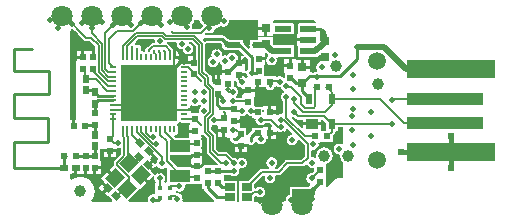
<source format=gtl>
%FSLAX24Y24*%
%MOIN*%
G70*
G01*
G75*
G04 Layer_Physical_Order=1*
G04 Layer_Color=255*
%ADD10R,0.0197X0.0236*%
%ADD11R,0.0217X0.0236*%
%ADD12R,0.0394X0.0335*%
%ADD13R,0.0236X0.0335*%
%ADD14R,0.0236X0.0217*%
%ADD15R,0.0315X0.0295*%
%ADD16R,0.0335X0.0256*%
%ADD17R,0.0236X0.0197*%
%ADD18R,0.0709X0.0394*%
%ADD19R,0.0177X0.0177*%
G04:AMPARAMS|DCode=20|XSize=47.2mil|YSize=43.3mil|CornerRadius=0mil|HoleSize=0mil|Usage=FLASHONLY|Rotation=45.000|XOffset=0mil|YOffset=0mil|HoleType=Round|Shape=Rectangle|*
%AMROTATEDRECTD20*
4,1,4,-0.0014,-0.0320,-0.0320,-0.0014,0.0014,0.0320,0.0320,0.0014,-0.0014,-0.0320,0.0*
%
%ADD20ROTATEDRECTD20*%

%ADD21R,0.0256X0.0197*%
%ADD22R,0.0197X0.0256*%
%ADD23O,0.0256X0.0079*%
%ADD24O,0.0079X0.0256*%
%ADD25R,0.1850X0.1850*%
%ADD26R,0.0571X0.0217*%
%ADD27R,0.0571X0.0217*%
%ADD28R,0.2560X0.0400*%
%ADD29R,0.2960X0.0600*%
G04:AMPARAMS|DCode=30|XSize=19.7mil|YSize=23.6mil|CornerRadius=0mil|HoleSize=0mil|Usage=FLASHONLY|Rotation=225.000|XOffset=0mil|YOffset=0mil|HoleType=Round|Shape=Rectangle|*
%AMROTATEDRECTD30*
4,1,4,-0.0014,0.0153,0.0153,-0.0014,0.0014,-0.0153,-0.0153,0.0014,-0.0014,0.0153,0.0*
%
%ADD30ROTATEDRECTD30*%

%ADD31C,0.0394*%
%ADD32R,0.0157X0.0197*%
%ADD33C,0.0150*%
%ADD34C,0.0060*%
%ADD35C,0.0050*%
%ADD36C,0.0100*%
%ADD37C,0.0080*%
%ADD38C,0.0070*%
%ADD39C,0.0090*%
%ADD40C,0.0200*%
%ADD41R,0.0680X0.0410*%
%ADD42C,0.0390*%
%ADD43C,0.0197*%
%ADD44C,0.0118*%
%ADD45C,0.0591*%
%ADD46C,0.0709*%
%ADD47C,0.0240*%
G36*
X7944Y3024D02*
X7961Y3008D01*
X7981Y2995D01*
X8002Y2985D01*
X8024Y2977D01*
X8047Y2973D01*
X8070Y2971D01*
X8085Y2957D01*
Y2912D01*
X8123D01*
X8200Y2885D01*
X8210Y2873D01*
X8208Y2858D01*
X8206Y2835D01*
X8208Y2812D01*
X8212Y2789D01*
X8220Y2767D01*
X8230Y2746D01*
X8243Y2726D01*
X8258Y2709D01*
X8276Y2693D01*
X8295Y2680D01*
X8316Y2670D01*
X8339Y2662D01*
X8362Y2658D01*
X8385Y2656D01*
X8408Y2658D01*
X8431Y2662D01*
X8453Y2670D01*
X8474Y2680D01*
X8494Y2693D01*
X8511Y2709D01*
X8525Y2725D01*
X8689D01*
X8769Y2645D01*
X8750Y2598D01*
X8737D01*
Y2450D01*
X8917D01*
X8922Y2454D01*
X8950Y2467D01*
X8961Y2458D01*
X8981Y2445D01*
X9002Y2435D01*
X9024Y2427D01*
X9047Y2423D01*
X9070Y2421D01*
X9093Y2423D01*
X9116Y2427D01*
X9138Y2435D01*
X9159Y2445D01*
X9179Y2458D01*
X9196Y2474D01*
X9212Y2491D01*
X9225Y2511D01*
X9235Y2532D01*
X9236Y2533D01*
X9284Y2544D01*
X9433Y2395D01*
X9433Y2392D01*
X9416Y2348D01*
X9407Y2347D01*
X9384Y2343D01*
X9362Y2335D01*
X9341Y2325D01*
X9321Y2312D01*
X9304Y2296D01*
X9288Y2279D01*
X9275Y2259D01*
X9265Y2238D01*
X9257Y2216D01*
X9253Y2193D01*
X9251Y2170D01*
X9253Y2147D01*
X9257Y2124D01*
X9265Y2102D01*
X9275Y2081D01*
X9288Y2061D01*
X9304Y2044D01*
X9321Y2028D01*
X9341Y2015D01*
X9362Y2005D01*
X9384Y1997D01*
X9407Y1993D01*
X9430Y1991D01*
X9453Y1993D01*
X9476Y1997D01*
X9498Y2005D01*
X9519Y2015D01*
X9539Y2028D01*
X9556Y2044D01*
X9572Y2061D01*
X9585Y2081D01*
X9595Y2102D01*
X9603Y2124D01*
X9607Y2147D01*
X9608Y2156D01*
X9652Y2173D01*
X9655Y2173D01*
X9840Y1989D01*
Y1626D01*
X9724Y1510D01*
X9270D01*
X9253Y1509D01*
X9236Y1505D01*
X9220Y1498D01*
X9205Y1489D01*
X9192Y1478D01*
X8934Y1220D01*
X8862D01*
X8854Y1236D01*
X8844Y1268D01*
X8859Y1278D01*
X8876Y1294D01*
X8892Y1311D01*
X8905Y1331D01*
X8915Y1352D01*
X8923Y1374D01*
X8927Y1397D01*
X8929Y1420D01*
X8927Y1443D01*
X8923Y1466D01*
X8915Y1488D01*
X8905Y1509D01*
X8892Y1529D01*
X8876Y1546D01*
X8859Y1562D01*
X8839Y1575D01*
X8818Y1585D01*
X8796Y1593D01*
X8773Y1597D01*
X8750Y1599D01*
X8727Y1597D01*
X8704Y1593D01*
X8682Y1585D01*
X8661Y1575D01*
X8641Y1562D01*
X8624Y1546D01*
X8608Y1529D01*
X8595Y1509D01*
X8585Y1488D01*
X8577Y1466D01*
X8573Y1443D01*
X8571Y1420D01*
X8573Y1397D01*
X8577Y1374D01*
X8585Y1352D01*
X8595Y1331D01*
X8608Y1311D01*
X8624Y1294D01*
X8641Y1278D01*
X8656Y1268D01*
X8646Y1236D01*
X8638Y1220D01*
X8428D01*
X8411Y1219D01*
X8394Y1215D01*
X8378Y1208D01*
X8363Y1199D01*
X8350Y1188D01*
X7967Y805D01*
X7668D01*
Y389D01*
Y150D01*
X7638Y120D01*
X7592Y139D01*
Y389D01*
Y805D01*
X7158D01*
Y939D01*
Y1006D01*
X7371D01*
X7384Y995D01*
X7404Y982D01*
X7425Y972D01*
X7447Y964D01*
X7470Y960D01*
X7493Y958D01*
X7516Y960D01*
X7539Y964D01*
X7562Y972D01*
X7583Y982D01*
X7602Y995D01*
X7620Y1010D01*
X7635Y1028D01*
X7648Y1047D01*
X7658Y1068D01*
X7666Y1091D01*
X7670Y1114D01*
X7672Y1137D01*
X7670Y1160D01*
X7666Y1183D01*
X7658Y1205D01*
Y1205D01*
X7658D01*
X7694Y1241D01*
X7704Y1237D01*
X7727Y1233D01*
X7750Y1231D01*
X7773Y1233D01*
X7796Y1237D01*
X7818Y1245D01*
X7839Y1255D01*
X7859Y1268D01*
X7876Y1284D01*
X7892Y1301D01*
X7905Y1321D01*
X7915Y1342D01*
X7923Y1364D01*
X7927Y1387D01*
X7929Y1410D01*
X7927Y1433D01*
X7923Y1456D01*
X7915Y1478D01*
X7905Y1499D01*
X7892Y1519D01*
X7876Y1536D01*
X7859Y1552D01*
X7839Y1565D01*
X7818Y1575D01*
X7796Y1583D01*
X7773Y1587D01*
X7750Y1589D01*
X7727Y1587D01*
X7704Y1583D01*
X7682Y1575D01*
X7661Y1565D01*
X7641Y1552D01*
X7624Y1536D01*
X7608Y1519D01*
X7589Y1532D01*
X7589Y1532D01*
Y1532D01*
X7569Y1545D01*
X7548Y1555D01*
X7526Y1563D01*
X7503Y1567D01*
X7480Y1569D01*
X7457Y1567D01*
X7452Y1566D01*
X7289Y1730D01*
X7276Y1741D01*
X7262Y1750D01*
X7247Y1756D01*
X7231Y1760D01*
X7214Y1761D01*
X7002D01*
X6889Y1874D01*
Y2311D01*
X6888Y2328D01*
X6884Y2344D01*
X6878Y2359D01*
X6869Y2373D01*
X6858Y2386D01*
X6719Y2525D01*
Y2609D01*
X6741Y2652D01*
X6760Y2666D01*
X6771Y2662D01*
X6794Y2658D01*
X6818Y2656D01*
X6841Y2658D01*
X6864Y2662D01*
X6886Y2670D01*
X6899Y2676D01*
X6917Y2665D01*
X6942Y2629D01*
Y2543D01*
X7140D01*
Y2493D01*
X7190D01*
Y2275D01*
X7204D01*
X7338Y2243D01*
X7342Y2238D01*
X7341Y2220D01*
X7342Y2198D01*
X7347Y2177D01*
X7356Y2157D01*
X7367Y2138D01*
X7381Y2121D01*
X7398Y2107D01*
X7417Y2096D01*
X7437Y2087D01*
X7458Y2082D01*
X7480Y2081D01*
X7485Y2081D01*
X7522Y2047D01*
Y2023D01*
X7928D01*
X7953Y2044D01*
X7964Y2049D01*
X7978Y2037D01*
X7997Y2026D01*
X8017Y2017D01*
X8038Y2012D01*
X8060Y2011D01*
X8082Y2012D01*
X8103Y2017D01*
X8123Y2026D01*
X8142Y2037D01*
X8159Y2051D01*
X8173Y2068D01*
X8184Y2087D01*
X8189Y2098D01*
X8239Y2103D01*
X8243Y2096D01*
X8258Y2079D01*
X8276Y2063D01*
X8295Y2050D01*
X8316Y2040D01*
X8339Y2032D01*
X8362Y2028D01*
X8385Y2026D01*
X8408Y2028D01*
X8431Y2032D01*
X8453Y2040D01*
X8474Y2050D01*
X8494Y2063D01*
X8511Y2079D01*
X8527Y2096D01*
X8540Y2116D01*
X8550Y2137D01*
X8558Y2159D01*
X8562Y2182D01*
X8563Y2202D01*
X8637D01*
Y2400D01*
Y2598D01*
X8469D01*
Y2578D01*
X8095D01*
Y2484D01*
X7968Y2357D01*
X7954Y2341D01*
X7947Y2328D01*
X7904Y2340D01*
X7898Y2342D01*
Y2565D01*
X7703D01*
X7678Y2575D01*
X7678Y2743D01*
X7480D01*
Y2843D01*
X7678D01*
Y2888D01*
X7705Y2965D01*
X7717Y2976D01*
X7732Y2973D01*
X7755Y2971D01*
X7778Y2973D01*
X7801Y2977D01*
X7823Y2985D01*
X7844Y2995D01*
X7864Y3008D01*
X7881Y3024D01*
X7887Y3031D01*
X7937D01*
X7944Y3024D01*
D02*
G37*
G36*
X9434Y2937D02*
X9457Y2933D01*
X9480Y2931D01*
X9488Y2932D01*
X9531Y2889D01*
X9545Y2876D01*
X9562Y2867D01*
X9570Y2863D01*
X9579Y2859D01*
X9597Y2855D01*
X9616Y2853D01*
X9788D01*
Y2766D01*
X10382D01*
Y2853D01*
X10447D01*
X10556Y2744D01*
Y2478D01*
X10382D01*
Y2666D01*
X9788D01*
Y2573D01*
X9742Y2554D01*
X9398Y2898D01*
X9424Y2940D01*
X9434Y2937D01*
D02*
G37*
G36*
X7577Y4109D02*
X7576Y4095D01*
X7578Y4072D01*
X7582Y4049D01*
X7590Y4026D01*
X7600Y4005D01*
X7613Y3986D01*
X7629Y3968D01*
X7646Y3953D01*
X7666Y3940D01*
X7687Y3930D01*
X7709Y3922D01*
X7732Y3918D01*
X7755Y3916D01*
X7762Y3910D01*
Y3877D01*
X8178D01*
Y3922D01*
X8233D01*
Y4120D01*
X8333D01*
Y3922D01*
X8501D01*
Y3942D01*
X8552D01*
X8552Y3938D01*
X8557Y3917D01*
X8566Y3897D01*
X8577Y3878D01*
X8591Y3861D01*
X8608Y3847D01*
X8627Y3836D01*
X8647Y3827D01*
X8668Y3822D01*
X8690Y3821D01*
X8712Y3822D01*
X8733Y3827D01*
X8753Y3836D01*
X8772Y3847D01*
X8789Y3861D01*
X8803Y3878D01*
X8814Y3897D01*
X8823Y3917D01*
X8828Y3938D01*
X8828Y3942D01*
X8875D01*
D01*
X8875Y3942D01*
D01*
D01*
D01*
D01*
D01*
Y3942D01*
X8906Y3973D01*
D01*
D01*
D01*
X8925Y3960D01*
X8946Y3950D01*
X8969Y3942D01*
X8991Y3938D01*
X9015Y3936D01*
X9038Y3938D01*
X9054Y3941D01*
X9057Y3924D01*
X9065Y3902D01*
X9075Y3881D01*
X9088Y3861D01*
X9104Y3844D01*
X9121Y3828D01*
X9141Y3815D01*
X9141Y3815D01*
Y3765D01*
X9141Y3765D01*
X9121Y3752D01*
X9104Y3736D01*
X9088Y3719D01*
X9075Y3699D01*
X9065Y3678D01*
X9057Y3656D01*
X9053Y3633D01*
X9051Y3610D01*
X9053Y3587D01*
X9057Y3564D01*
X9065Y3542D01*
X9075Y3521D01*
X9088Y3501D01*
X9104Y3484D01*
X9110Y3478D01*
Y3092D01*
X9094Y3044D01*
X9071Y3026D01*
X9063Y3027D01*
X9040Y3029D01*
X9017Y3027D01*
X8994Y3023D01*
X8972Y3015D01*
X8951Y3005D01*
X8939Y2997D01*
X8915Y3010D01*
X8895Y3033D01*
Y3040D01*
X8677D01*
Y3090D01*
X8627D01*
Y3288D01*
X8459D01*
Y3288D01*
X8448Y3279D01*
X8440Y3279D01*
X8418Y3278D01*
X8397Y3273D01*
X8387Y3268D01*
X8337D01*
X8323Y3274D01*
X8304Y3279D01*
X8283Y3280D01*
X8192D01*
X8179Y3292D01*
X8159Y3305D01*
X8158Y3305D01*
Y3609D01*
X8178D01*
Y3777D01*
X7762D01*
Y3609D01*
D01*
Y3609D01*
X7728Y3575D01*
X7581D01*
X7566Y3591D01*
X7560Y3597D01*
Y3647D01*
X7566Y3653D01*
X7582Y3671D01*
X7595Y3691D01*
X7605Y3711D01*
X7613Y3734D01*
X7617Y3757D01*
X7619Y3780D01*
X7617Y3803D01*
X7613Y3826D01*
X7605Y3848D01*
X7595Y3869D01*
X7582Y3889D01*
X7566Y3906D01*
X7549Y3922D01*
X7529Y3935D01*
X7508Y3945D01*
X7486Y3953D01*
X7478Y3954D01*
Y4145D01*
X7482D01*
Y4145D01*
X7543D01*
X7577Y4109D01*
D02*
G37*
G36*
X6362Y3348D02*
X6377Y3330D01*
X6386Y3292D01*
X6386D01*
D01*
X6369Y3276D01*
X6353Y3259D01*
X6340Y3239D01*
X6330Y3218D01*
X6322Y3196D01*
X6318Y3173D01*
X6316Y3150D01*
X6318Y3127D01*
X6322Y3104D01*
X6325Y3096D01*
X6307Y3070D01*
X6276Y3055D01*
X6081D01*
X6037Y3093D01*
X6034Y3099D01*
X6044Y3115D01*
X6050Y3129D01*
X5972D01*
X5957Y3135D01*
X5938Y3140D01*
X5920Y3141D01*
X5831D01*
Y3217D01*
X5920D01*
X5938Y3218D01*
X5957Y3222D01*
X5972Y3229D01*
X6050D01*
X6044Y3242D01*
X6033Y3261D01*
X6034Y3303D01*
Y3303D01*
X6081Y3322D01*
X6091Y3315D01*
X6112Y3305D01*
X6134Y3297D01*
X6157Y3293D01*
X6180Y3291D01*
X6203Y3293D01*
X6226Y3297D01*
X6248Y3305D01*
X6269Y3315D01*
X6289Y3328D01*
X6306Y3344D01*
X6322Y3361D01*
X6322Y3361D01*
Y3361D01*
X6362Y3348D01*
D02*
G37*
G36*
X6042Y1455D02*
Y1255D01*
X5613D01*
X5356Y1512D01*
Y1685D01*
X6042D01*
Y1455D01*
D02*
G37*
G36*
X11114Y2076D02*
X11090Y2040D01*
X11071Y2029D01*
X11058Y2035D01*
X11036Y2043D01*
X11013Y2047D01*
X10990Y2049D01*
X10967Y2047D01*
X10944Y2043D01*
X10922Y2035D01*
X10901Y2025D01*
X10881Y2012D01*
X10864Y1996D01*
X10848Y1979D01*
X10835Y1959D01*
X10825Y1938D01*
X10817Y1916D01*
X10813Y1893D01*
X10811Y1870D01*
X10813Y1847D01*
X10817Y1824D01*
X10825Y1802D01*
X10835Y1781D01*
X10848Y1761D01*
X10864Y1744D01*
X10881Y1728D01*
X10901Y1715D01*
X10922Y1705D01*
X10944Y1697D01*
X10967Y1693D01*
X10990Y1691D01*
X11026Y1681D01*
X11026Y1681D01*
Y1681D01*
X11025Y1650D01*
X11026Y1619D01*
X11031Y1588D01*
X11040Y1559D01*
X11052Y1530D01*
X11067Y1503D01*
X11085Y1478D01*
X11105Y1455D01*
X11114Y1447D01*
Y890D01*
X10944D01*
X10934Y890D01*
X10917Y889D01*
X10900Y885D01*
X10884Y878D01*
X10869Y869D01*
X10856Y858D01*
X10594Y596D01*
X10548Y616D01*
Y959D01*
Y1341D01*
X10548D01*
X10548Y1341D01*
X10548Y1355D01*
Y1355D01*
Y1379D01*
X10561Y1381D01*
X10591Y1390D01*
X10620Y1402D01*
X10647Y1416D01*
X10672Y1434D01*
X10695Y1455D01*
X10715Y1478D01*
X10733Y1503D01*
X10748Y1530D01*
X10760Y1559D01*
X10769Y1588D01*
X10774Y1619D01*
X10775Y1650D01*
X10774Y1681D01*
X10769Y1711D01*
X10760Y1741D01*
X10748Y1769D01*
X10733Y1796D01*
X10715Y1821D01*
X10695Y1844D01*
X10672Y1865D01*
X10647Y1883D01*
X10620Y1898D01*
X10591Y1910D01*
X10561Y1918D01*
X10531Y1923D01*
X10500Y1925D01*
X10469Y1923D01*
X10439Y1918D01*
X10409Y1910D01*
X10380Y1898D01*
X10353Y1883D01*
X10328Y1865D01*
X10305Y1844D01*
X10285Y1821D01*
X10267Y1796D01*
X10252Y1769D01*
X10240Y1741D01*
X10231Y1711D01*
X10226Y1681D01*
X10225Y1650D01*
X10226Y1619D01*
X10229Y1605D01*
X10189Y1575D01*
X10168Y1585D01*
X10146Y1593D01*
X10123Y1597D01*
X10100Y1599D01*
X10097Y1599D01*
X10060Y1633D01*
Y1788D01*
X10076Y1836D01*
X10099Y1854D01*
X10107Y1853D01*
X10130Y1851D01*
X10153Y1853D01*
X10176Y1857D01*
X10198Y1865D01*
X10219Y1875D01*
X10239Y1888D01*
X10256Y1904D01*
X10272Y1921D01*
X10285Y1941D01*
X10295Y1962D01*
X10303Y1984D01*
X10307Y2007D01*
X10309Y2030D01*
X10307Y2053D01*
X10305Y2063D01*
X10321Y2083D01*
X10378Y2102D01*
X10795D01*
Y2318D01*
X10839Y2362D01*
X10851Y2376D01*
X10861Y2393D01*
X10865Y2403D01*
X10869Y2410D01*
X10873Y2428D01*
X10874Y2447D01*
Y2469D01*
X10952D01*
Y2596D01*
X11114D01*
Y2076D01*
D02*
G37*
G36*
X3708Y1897D02*
X3728Y1855D01*
Y1705D01*
X3722Y1698D01*
X3717Y1692D01*
X3514Y1489D01*
X3502Y1476D01*
X3493Y1461D01*
X3487Y1445D01*
X3483Y1428D01*
X3481Y1411D01*
Y1329D01*
X3330Y1177D01*
X3554Y954D01*
X3483Y883D01*
X3259Y1107D01*
X3057Y904D01*
X3182Y779D01*
X3162Y759D01*
X3316Y605D01*
X3281Y569D01*
X3316Y534D01*
X3176Y394D01*
X3295Y275D01*
X3309Y289D01*
X3437Y160D01*
X3418Y114D01*
X2751D01*
X2731Y160D01*
X2735Y164D01*
X2760Y197D01*
X2782Y232D01*
X2802Y269D01*
X2817Y307D01*
X2830Y347D01*
X2839Y387D01*
X2844Y428D01*
X2846Y470D01*
X2844Y512D01*
X2839Y553D01*
X2830Y593D01*
X2817Y633D01*
X2802Y671D01*
X2782Y708D01*
X2760Y743D01*
X2735Y776D01*
X2707Y807D01*
X2676Y835D01*
X2643Y860D01*
X2608Y882D01*
X2571Y902D01*
X2533Y917D01*
X2493Y930D01*
X2453Y939D01*
X2412Y944D01*
X2370Y946D01*
X2329Y944D01*
X2287Y939D01*
X2247Y930D01*
X2207Y917D01*
X2169Y902D01*
X2132Y882D01*
X2097Y860D01*
X2075Y843D01*
X2041Y860D01*
X2030Y872D01*
Y1032D01*
X2157D01*
Y1230D01*
X2257D01*
Y1032D01*
X2342D01*
Y1025D01*
X2490D01*
Y1243D01*
X2590D01*
Y1025D01*
X2652D01*
Y1025D01*
X2800D01*
Y1243D01*
X2850D01*
Y1293D01*
X3048D01*
Y1461D01*
X3028D01*
Y1755D01*
Y1870D01*
X3152D01*
Y1863D01*
X3569D01*
X3583Y1903D01*
X3587Y1907D01*
X3607Y1903D01*
X3631Y1901D01*
X3654Y1903D01*
X3677Y1907D01*
X3688Y1911D01*
X3708Y1897D01*
D02*
G37*
G36*
X4839Y1672D02*
X4852Y1685D01*
X4904Y1632D01*
X4962Y1545D01*
X4961Y1523D01*
X4954Y1516D01*
X4938Y1499D01*
X4925Y1479D01*
X4915Y1458D01*
X4907Y1436D01*
X4903Y1413D01*
X4901Y1394D01*
X4890Y1389D01*
X4844Y1386D01*
X4785Y1446D01*
X4680Y1341D01*
X4799Y1222D01*
X4831Y1254D01*
X4919Y1297D01*
X4928Y1296D01*
X4938Y1281D01*
X4954Y1264D01*
X4971Y1248D01*
X4991Y1235D01*
X5012Y1225D01*
X5034Y1217D01*
X5057Y1213D01*
X5080Y1211D01*
X5103Y1213D01*
X5126Y1217D01*
X5148Y1225D01*
X5169Y1235D01*
X5189Y1248D01*
X5200Y1258D01*
X5226Y1246D01*
X5246Y1229D01*
Y769D01*
X5200Y749D01*
X5152Y791D01*
X5165Y811D01*
X5175Y832D01*
X5183Y854D01*
X5187Y877D01*
X5189Y900D01*
X5187Y923D01*
X5183Y946D01*
X5175Y968D01*
X5165Y989D01*
X5152Y1009D01*
X5136Y1026D01*
X5119Y1042D01*
X5099Y1055D01*
X5078Y1065D01*
X5056Y1073D01*
X5033Y1077D01*
X5010Y1079D01*
X4987Y1077D01*
X4964Y1073D01*
X4942Y1065D01*
X4921Y1055D01*
X4901Y1042D01*
X4884Y1026D01*
X4843Y1016D01*
X4718Y1141D01*
X4728Y1151D01*
X4574Y1305D01*
X4609Y1341D01*
X4574Y1376D01*
X4714Y1516D01*
X4699Y1532D01*
X4768Y1601D01*
X4614Y1755D01*
X4685Y1826D01*
X4839Y1672D01*
D02*
G37*
G36*
X6579Y2226D02*
Y1786D01*
X6580Y1770D01*
X6584Y1754D01*
X6590Y1738D01*
X6599Y1724D01*
X6609Y1712D01*
X6940Y1381D01*
X6921Y1335D01*
X6438D01*
Y1455D01*
Y1623D01*
X6240D01*
Y1723D01*
X6438D01*
Y1891D01*
X6418D01*
Y2265D01*
X6398D01*
Y2330D01*
X6423Y2352D01*
X6445Y2360D01*
X6579Y2226D01*
D02*
G37*
G36*
X5705Y2750D02*
X5705Y2750D01*
X5705Y2750D01*
X5724Y2746D01*
X5742Y2744D01*
X5920D01*
X5938Y2746D01*
X5950Y2749D01*
X6022D01*
Y2681D01*
X6002D01*
Y2513D01*
X6200D01*
Y2413D01*
X6002D01*
Y2245D01*
D01*
Y2245D01*
X5996Y2239D01*
X5547D01*
X5502Y2284D01*
X5503Y2288D01*
X5519Y2332D01*
X5525Y2332D01*
X5543Y2337D01*
X5561Y2344D01*
X5577Y2354D01*
X5591Y2366D01*
X5603Y2380D01*
X5613Y2396D01*
X5620Y2413D01*
X5624Y2432D01*
X5626Y2450D01*
Y2628D01*
X5624Y2646D01*
X5620Y2665D01*
X5620Y2665D01*
X5620Y2665D01*
X5613Y2682D01*
X5650Y2705D01*
X5665D01*
Y2720D01*
X5688Y2757D01*
X5705Y2750D01*
D02*
G37*
G36*
X7080Y5356D02*
X7081Y5336D01*
X7086Y5313D01*
X7093Y5291D01*
X7104Y5270D01*
X7117Y5250D01*
X7132Y5232D01*
X7152Y5212D01*
X7170Y5197D01*
X7190Y5184D01*
X7211Y5173D01*
X7233Y5166D01*
X7256Y5161D01*
X7280Y5160D01*
X7634D01*
X7658Y5161D01*
X7660Y5162D01*
X7664D01*
X7824Y5001D01*
X7805Y4955D01*
X7710D01*
Y4787D01*
X7858D01*
Y4902D01*
X7905Y4921D01*
X7949Y4877D01*
Y4515D01*
X7937Y4502D01*
X7924Y4483D01*
X7904Y4462D01*
X7888Y4475D01*
X7871Y4486D01*
X7863Y4489D01*
X7858Y4491D01*
Y4519D01*
X7858Y4519D01*
X7858Y4519D01*
Y4687D01*
X7660D01*
Y4737D01*
X7610D01*
Y4955D01*
X7590D01*
X7585Y4968D01*
X7575Y4989D01*
X7562Y5009D01*
X7546Y5026D01*
X7529Y5042D01*
X7509Y5055D01*
X7488Y5065D01*
X7466Y5073D01*
X7443Y5077D01*
X7420Y5079D01*
X7397Y5077D01*
X7374Y5073D01*
X7352Y5065D01*
X7331Y5055D01*
X7311Y5042D01*
X7294Y5026D01*
X7278Y5009D01*
X7265Y4989D01*
X7258Y4975D01*
X7236Y4983D01*
X7213Y4987D01*
X7190Y4989D01*
X7167Y4987D01*
X7144Y4983D01*
X7133Y4979D01*
X7093Y5009D01*
X7094Y5024D01*
X7093Y5047D01*
X7088Y5070D01*
X7080Y5092D01*
X7070Y5113D01*
X7057Y5133D01*
X7042Y5150D01*
X7024Y5166D01*
X7005Y5179D01*
X6984Y5189D01*
X6962Y5197D01*
X6939Y5201D01*
X6915Y5203D01*
X6892Y5201D01*
X6869Y5197D01*
X6847Y5189D01*
X6826Y5179D01*
X6806Y5166D01*
X6789Y5150D01*
X6773Y5133D01*
X6760Y5113D01*
X6750Y5092D01*
X6743Y5070D01*
X6738Y5047D01*
X6736Y5024D01*
X6738Y5000D01*
X6743Y4978D01*
X6750Y4955D01*
Y4955D01*
X6744Y4953D01*
X6744D01*
X6744Y4953D01*
X6722Y4945D01*
X6701Y4935D01*
X6681Y4922D01*
X6664Y4906D01*
X6648Y4889D01*
X6635Y4869D01*
X6625Y4848D01*
X6617Y4826D01*
X6613Y4803D01*
X6611Y4780D01*
X6613Y4757D01*
X6617Y4734D01*
X6625Y4712D01*
X6635Y4691D01*
X6648Y4671D01*
X6664Y4654D01*
X6681Y4638D01*
X6701Y4625D01*
X6722Y4615D01*
X6744Y4607D01*
X6767Y4603D01*
X6790Y4601D01*
X6813Y4603D01*
X6836Y4607D01*
X6858Y4615D01*
X6879Y4625D01*
X6899Y4638D01*
X6916Y4654D01*
X6932Y4671D01*
X6945Y4691D01*
X6955Y4712D01*
X6963Y4734D01*
X6964Y4742D01*
X7008Y4767D01*
X7017Y4764D01*
X7025Y4742D01*
X7035Y4721D01*
X7048Y4701D01*
X7064Y4684D01*
X7081Y4668D01*
X7101Y4655D01*
X7102Y4655D01*
Y4487D01*
X7300D01*
Y4387D01*
X7102D01*
Y4325D01*
X7010D01*
Y4107D01*
X6910D01*
Y4325D01*
X6762D01*
Y4325D01*
X6718Y4309D01*
D01*
D01*
D01*
X6709Y4323D01*
X6699Y4336D01*
X6539Y4496D01*
Y5377D01*
X6539Y5380D01*
X6553Y5386D01*
X6572Y5397D01*
X6575Y5400D01*
X7036D01*
X7080Y5356D01*
D02*
G37*
G36*
X4844Y5489D02*
X4843Y5483D01*
X4841Y5460D01*
X4843Y5437D01*
X4844Y5431D01*
X4812Y5392D01*
X4777D01*
X4760Y5391D01*
X4744Y5387D01*
X4729Y5380D01*
X4715Y5372D01*
X4702Y5361D01*
X4626Y5285D01*
X4617Y5283D01*
X4597Y5274D01*
X4578Y5263D01*
X4561Y5249D01*
X4547Y5232D01*
X4536Y5213D01*
X4527Y5193D01*
X4522Y5172D01*
X4521Y5150D01*
X4522Y5128D01*
X4522Y5128D01*
X4480Y5102D01*
X4474Y5106D01*
X4458Y5116D01*
X4441Y5123D01*
X4423Y5128D01*
X4396Y5170D01*
X4399Y5177D01*
X4404Y5198D01*
X4406Y5220D01*
X4404Y5242D01*
X4399Y5263D01*
X4391Y5283D01*
X4379Y5302D01*
X4365Y5319D01*
X4348Y5333D01*
X4330Y5344D01*
X4309Y5353D01*
X4288Y5358D01*
X4266Y5359D01*
X4244Y5358D01*
X4223Y5353D01*
X4182Y5362D01*
X4181Y5388D01*
X4220Y5452D01*
X4296Y5528D01*
X4812D01*
X4844Y5489D01*
D02*
G37*
G36*
X6228Y5292D02*
Y4966D01*
X6210D01*
Y4747D01*
X6110D01*
Y4966D01*
X5962D01*
Y4812D01*
X5942Y4732D01*
X5925Y4715D01*
X5920Y4716D01*
X5742D01*
X5724Y4714D01*
X5705Y4710D01*
X5705Y4710D01*
X5705Y4710D01*
X5688Y4703D01*
X5665Y4740D01*
Y4755D01*
X5638D01*
X5639Y4789D01*
Y4789D01*
D01*
Y4789D01*
X5639Y4789D01*
Y4789D01*
X5644Y4811D01*
X5646Y4832D01*
Y4871D01*
X5506D01*
Y4921D01*
X5468D01*
Y5010D01*
X5467Y5028D01*
X5463Y5047D01*
X5456Y5062D01*
Y5157D01*
X5453Y5165D01*
X5449Y5181D01*
X5443Y5196D01*
X5434Y5210D01*
X5423Y5223D01*
X5285Y5361D01*
X5272Y5372D01*
X5258Y5380D01*
X5243Y5387D01*
X5236Y5388D01*
X5242Y5438D01*
X5562D01*
X5594Y5399D01*
X5593Y5393D01*
X5591Y5370D01*
X5593Y5347D01*
X5597Y5324D01*
X5605Y5302D01*
X5615Y5281D01*
X5628Y5261D01*
X5644Y5244D01*
X5661Y5228D01*
X5681Y5215D01*
X5702Y5205D01*
X5724Y5197D01*
X5747Y5193D01*
X5770Y5191D01*
X5777Y5192D01*
X5783Y5187D01*
X5787Y5164D01*
X5795Y5142D01*
X5805Y5121D01*
X5818Y5101D01*
X5834Y5084D01*
X5851Y5068D01*
X5871Y5055D01*
X5892Y5045D01*
X5914Y5037D01*
X5937Y5033D01*
X5960Y5031D01*
X5983Y5033D01*
X6006Y5037D01*
X6028Y5045D01*
X6049Y5055D01*
X6069Y5068D01*
X6086Y5084D01*
X6102Y5101D01*
X6115Y5121D01*
X6125Y5142D01*
X6133Y5164D01*
X6137Y5187D01*
X6139Y5210D01*
X6137Y5233D01*
X6133Y5256D01*
X6125Y5278D01*
X6115Y5299D01*
X6102Y5319D01*
X6086Y5336D01*
X6069Y5352D01*
X6049Y5365D01*
X6028Y5375D01*
X6006Y5383D01*
X5990Y5386D01*
X5974Y5433D01*
X5978Y5438D01*
X6082D01*
X6228Y5292D01*
D02*
G37*
G36*
X6062Y695D02*
X6418D01*
D01*
X6418D01*
X6422Y692D01*
Y545D01*
X6482D01*
X6486Y530D01*
X6491Y519D01*
X6494Y511D01*
X6504Y493D01*
X6518Y478D01*
X6825Y170D01*
X6836Y161D01*
X6825Y132D01*
X6814Y114D01*
X5841Y114D01*
X5771Y149D01*
X5766Y155D01*
X5773Y174D01*
X5777Y197D01*
X5779Y220D01*
X5777Y243D01*
X5773Y266D01*
X5765Y288D01*
X5755Y309D01*
X5742Y329D01*
X5726Y346D01*
X5709Y362D01*
X5689Y375D01*
X5668Y385D01*
X5646Y393D01*
X5623Y397D01*
X5600Y399D01*
X5577Y397D01*
X5575Y397D01*
X5553Y414D01*
X5558Y464D01*
X5580Y476D01*
X5581Y475D01*
X5602Y465D01*
X5624Y457D01*
X5647Y453D01*
X5670Y451D01*
X5693Y453D01*
X5716Y457D01*
X5738Y465D01*
X5759Y475D01*
X5779Y488D01*
X5796Y504D01*
X5812Y521D01*
X5825Y541D01*
X5835Y562D01*
X5843Y584D01*
X5847Y607D01*
X5849Y630D01*
X5847Y653D01*
X5845Y662D01*
X5862Y683D01*
X5916Y701D01*
X6062D01*
Y695D01*
D02*
G37*
G36*
X6341Y6151D02*
X6356Y6116D01*
X6374Y6083D01*
X6394Y6051D01*
X6417Y6021D01*
X6443Y5993D01*
X6444Y5950D01*
X6353Y5859D01*
X6156D01*
X6102Y5877D01*
X6085Y5897D01*
X6087Y5907D01*
X6089Y5930D01*
X6087Y5953D01*
X6083Y5976D01*
X6075Y5998D01*
X6071Y6007D01*
X6083Y6021D01*
X6106Y6051D01*
X6126Y6083D01*
X6144Y6116D01*
X6159Y6151D01*
X6169Y6186D01*
X6331D01*
X6341Y6151D01*
D02*
G37*
G36*
X10209Y6118D02*
X10190Y6072D01*
X9608D01*
Y5718D01*
X9588D01*
Y5560D01*
X9973D01*
Y5460D01*
X9588D01*
Y5302D01*
X9608D01*
Y4948D01*
X10263D01*
Y4700D01*
X10255Y4689D01*
X10245Y4668D01*
X10237Y4646D01*
X10233Y4623D01*
X10231Y4600D01*
X10233Y4577D01*
X10237Y4554D01*
X10245Y4532D01*
X10255Y4511D01*
X10268Y4491D01*
X10270Y4449D01*
X10270Y4449D01*
Y4449D01*
X10247Y4447D01*
X10224Y4443D01*
X10202Y4435D01*
X10200Y4435D01*
X10027D01*
Y4546D01*
X9770D01*
Y4596D01*
X9720D01*
Y4843D01*
X9563D01*
Y4855D01*
X9415D01*
Y4637D01*
X9365D01*
Y4587D01*
X9167D01*
Y4419D01*
X9187D01*
Y4281D01*
X9142Y4242D01*
X9141Y4241D01*
X9124Y4257D01*
X9104Y4270D01*
X9083Y4280D01*
X9061Y4288D01*
X9038Y4292D01*
X9015Y4294D01*
X8991Y4292D01*
X8969Y4288D01*
X8946Y4280D01*
X8925Y4270D01*
X8919Y4266D01*
X8880Y4286D01*
X8875Y4292D01*
Y4298D01*
X8501D01*
Y4318D01*
X8488D01*
Y4659D01*
X8508D01*
Y4827D01*
X8310D01*
Y4927D01*
X8508D01*
Y5075D01*
X8555Y5095D01*
X8558Y5091D01*
X8624Y4993D01*
X8623Y4975D01*
X8614Y4966D01*
X8598Y4949D01*
X8585Y4929D01*
X8575Y4908D01*
X8567Y4886D01*
X8563Y4863D01*
X8561Y4840D01*
X8563Y4817D01*
X8567Y4794D01*
X8575Y4772D01*
X8585Y4751D01*
X8598Y4731D01*
X8614Y4714D01*
X8631Y4698D01*
X8651Y4685D01*
X8672Y4675D01*
X8694Y4667D01*
X8717Y4663D01*
X8740Y4661D01*
X8763Y4663D01*
X8786Y4667D01*
X8808Y4675D01*
X8829Y4685D01*
X8849Y4698D01*
X8866Y4714D01*
X8882Y4731D01*
X8895Y4751D01*
X8905Y4772D01*
X8913Y4794D01*
X8917Y4817D01*
X8919Y4840D01*
X8917Y4863D01*
X8913Y4886D01*
X8906Y4907D01*
X8907Y4910D01*
X8985Y4948D01*
X9492D01*
Y5324D01*
X8835D01*
X8777Y5382D01*
Y5592D01*
X8303D01*
Y5520D01*
X8186D01*
X8162Y5519D01*
X8160Y5518D01*
X8027D01*
Y5425D01*
X8019Y5409D01*
X8011Y5387D01*
X8007Y5364D01*
X8005Y5340D01*
X8007Y5316D01*
X8011Y5293D01*
X8019Y5271D01*
X8020Y5269D01*
X8002Y5223D01*
X7981Y5214D01*
X7809Y5386D01*
X7809Y5387D01*
X7801Y5409D01*
X7793Y5425D01*
Y5518D01*
X7660D01*
X7658Y5519D01*
X7634Y5520D01*
X7342D01*
X7329Y5527D01*
X7307Y5534D01*
X7284Y5539D01*
X7264Y5540D01*
X7182Y5622D01*
X7167Y5635D01*
X7149Y5646D01*
X7141Y5649D01*
X7130Y5654D01*
X7110Y5659D01*
X7090Y5660D01*
X6532D01*
X6513Y5707D01*
X6563Y5757D01*
X6581Y5745D01*
X6602Y5735D01*
X6624Y5727D01*
X6647Y5723D01*
X6670Y5721D01*
X6693Y5723D01*
X6716Y5727D01*
X6738Y5735D01*
X6759Y5745D01*
X6779Y5758D01*
X6796Y5774D01*
X6812Y5791D01*
X6825Y5811D01*
X6835Y5832D01*
X6843Y5854D01*
X6847Y5877D01*
X6847Y5877D01*
X6863Y5880D01*
X6899Y5891D01*
X6934Y5906D01*
X6967Y5924D01*
X6999Y5944D01*
X7029Y5967D01*
X7044Y5980D01*
X7051Y5975D01*
X7072Y5965D01*
X7094Y5957D01*
X7117Y5953D01*
X7140Y5951D01*
X7163Y5953D01*
X7186Y5957D01*
X7208Y5965D01*
X7229Y5975D01*
X7249Y5988D01*
X7266Y6004D01*
X7282Y6021D01*
X7295Y6041D01*
X7305Y6062D01*
X7313Y6084D01*
X7317Y6107D01*
X7319Y6130D01*
X7318Y6149D01*
X7322Y6154D01*
X7480Y6186D01*
X8283D01*
Y6143D01*
X8283D01*
Y5946D01*
X8540D01*
Y5896D01*
X8590D01*
Y5648D01*
X8797D01*
Y5696D01*
X9492D01*
Y6072D01*
X8797D01*
Y6143D01*
X8797D01*
Y6150D01*
X8833Y6186D01*
X10142D01*
X10209Y6118D01*
D02*
G37*
G36*
X2484Y5502D02*
X2497Y5491D01*
X2512Y5482D01*
X2528Y5475D01*
X2545Y5471D01*
X2562Y5470D01*
X2693D01*
X2868Y5294D01*
Y5145D01*
X2850D01*
Y4927D01*
X2750D01*
Y5145D01*
X2490D01*
Y4927D01*
X2440D01*
Y4877D01*
X2242D01*
Y4800D01*
X2210D01*
Y2838D01*
X2193D01*
Y2640D01*
X2093D01*
Y2838D01*
X2030D01*
Y5691D01*
X2064Y5860D01*
X2112Y5875D01*
X2484Y5502D01*
D02*
G37*
G36*
X9935Y1351D02*
X9945Y1331D01*
X9958Y1311D01*
X9974Y1294D01*
X9991Y1278D01*
X10011Y1265D01*
X10032Y1255D01*
X10054Y1247D01*
X10077Y1243D01*
X10100Y1241D01*
X10123Y1243D01*
X10133Y1245D01*
X10153Y1229D01*
X10172Y1172D01*
Y1138D01*
X10101Y1067D01*
X10080Y1069D01*
X10057Y1067D01*
X10034Y1063D01*
X10012Y1055D01*
X9991Y1045D01*
X9971Y1032D01*
X9954Y1016D01*
X9938Y999D01*
X9925Y979D01*
X9915Y958D01*
X9907Y936D01*
X9903Y913D01*
X9901Y890D01*
X9903Y867D01*
X9907Y844D01*
X9915Y822D01*
X9925Y801D01*
X9938Y781D01*
X9954Y764D01*
X9971Y748D01*
X9991Y735D01*
X10012Y725D01*
X10027Y720D01*
X10033Y670D01*
X10021Y662D01*
X10004Y646D01*
X9988Y629D01*
X9976Y610D01*
X9420D01*
X9404Y609D01*
X9389Y604D01*
X9375Y597D01*
X9363Y587D01*
X9353Y575D01*
X9346Y561D01*
X9341Y546D01*
X9340Y530D01*
Y341D01*
X9322Y335D01*
X9301Y325D01*
X9281Y312D01*
X9264Y296D01*
X9248Y279D01*
X9235Y259D01*
X9225Y238D01*
X9217Y216D01*
X9213Y193D01*
X9211Y170D01*
X9212Y151D01*
X9208Y146D01*
X9050Y114D01*
X8163D01*
Y280D01*
X8202Y320D01*
X8202Y320D01*
X8224Y314D01*
X8241Y298D01*
X8261Y285D01*
X8282Y275D01*
X8304Y267D01*
X8327Y263D01*
X8350Y261D01*
X8373Y263D01*
X8396Y267D01*
X8418Y275D01*
X8439Y285D01*
X8459Y298D01*
X8476Y314D01*
X8492Y331D01*
X8505Y351D01*
X8515Y372D01*
X8523Y394D01*
X8527Y417D01*
X8529Y440D01*
X8527Y463D01*
X8523Y486D01*
X8515Y508D01*
X8505Y529D01*
X8492Y549D01*
X8476Y566D01*
X8459Y582D01*
X8439Y595D01*
X8418Y605D01*
X8396Y613D01*
X8373Y617D01*
X8350Y619D01*
X8327Y617D01*
X8304Y613D01*
X8282Y605D01*
X8261Y595D01*
X8241Y582D01*
X8224Y566D01*
X8210Y550D01*
X8201Y554D01*
X8163Y579D01*
Y689D01*
X8455Y981D01*
X8505Y977D01*
X8518Y959D01*
X8517Y956D01*
X8513Y933D01*
X8511Y910D01*
X8513Y887D01*
X8517Y864D01*
X8525Y842D01*
X8535Y821D01*
X8548Y801D01*
X8564Y784D01*
X8581Y768D01*
X8601Y755D01*
X8622Y745D01*
X8644Y737D01*
X8667Y733D01*
X8690Y731D01*
X8713Y733D01*
X8736Y737D01*
X8758Y745D01*
X8779Y755D01*
X8799Y768D01*
X8816Y784D01*
X8832Y801D01*
X8845Y821D01*
X8855Y842D01*
X8863Y864D01*
X8867Y887D01*
X8869Y910D01*
X8867Y933D01*
X8863Y956D01*
X8862Y959D01*
X8887Y994D01*
X8898Y1000D01*
X8980D01*
X8997Y1001D01*
X9014Y1005D01*
X9030Y1012D01*
X9045Y1021D01*
X9058Y1032D01*
X9316Y1290D01*
X9770D01*
X9787Y1291D01*
X9804Y1295D01*
X9820Y1302D01*
X9835Y1311D01*
X9848Y1322D01*
X9848Y1322D01*
X9934Y1351D01*
X9935Y1351D01*
D02*
G37*
G36*
X4641Y813D02*
X4790Y962D01*
X4809Y956D01*
X4836Y941D01*
X4833Y923D01*
X4831Y900D01*
X4833Y877D01*
X4837Y854D01*
X4845Y832D01*
X4855Y811D01*
X4868Y791D01*
X4884Y774D01*
D01*
D01*
D01*
Y774D01*
D01*
X4864Y746D01*
X4864D01*
Y409D01*
Y387D01*
X4825Y355D01*
X4813Y357D01*
X4790Y359D01*
X4767Y357D01*
X4744Y353D01*
X4722Y345D01*
X4701Y335D01*
X4681Y322D01*
X4664Y306D01*
X4648Y289D01*
X4635Y269D01*
X4625Y248D01*
X4617Y226D01*
X4613Y203D01*
X4611Y180D01*
X4613Y157D01*
X4613Y153D01*
X4582Y114D01*
X3979D01*
X3960Y160D01*
X4342Y542D01*
X4342D01*
X4342D01*
X4365D01*
X4368Y540D01*
X4570Y743D01*
X4346Y966D01*
X4417Y1037D01*
X4641Y813D01*
D02*
G37*
%LPC*%
G36*
X3548Y1763D02*
X3400D01*
Y1595D01*
X3548D01*
Y1763D01*
D02*
G37*
G36*
X3300D02*
X3152D01*
Y1595D01*
X3300D01*
Y1763D01*
D02*
G37*
G36*
X3091Y688D02*
X2986Y583D01*
X3105Y464D01*
X3210Y569D01*
X3091Y688D01*
D02*
G37*
G36*
X3048Y1193D02*
X2900D01*
Y1025D01*
X3048D01*
Y1193D01*
D02*
G37*
G36*
X9315Y4855D02*
X9167D01*
Y4687D01*
X9315D01*
Y4855D01*
D02*
G37*
G36*
X10027Y4843D02*
X9820D01*
Y4646D01*
X10027D01*
Y4843D01*
D02*
G37*
G36*
X5556Y5140D02*
Y4971D01*
X5646D01*
Y5010D01*
X5644Y5031D01*
X5639Y5053D01*
X5631Y5073D01*
X5619Y5092D01*
X5605Y5108D01*
X5588Y5123D01*
X5570Y5134D01*
X5556Y5140D01*
D02*
G37*
G36*
X8490Y5846D02*
X8283D01*
Y5648D01*
X8490D01*
Y5846D01*
D02*
G37*
G36*
X2390Y5145D02*
X2242D01*
Y4977D01*
X2390D01*
Y5145D01*
D02*
G37*
G36*
X7918Y1923D02*
X7770D01*
Y1755D01*
X7918D01*
Y1923D01*
D02*
G37*
G36*
X7670D02*
X7522D01*
Y1755D01*
X7670D01*
Y1923D01*
D02*
G37*
G36*
X8905Y2350D02*
X8737D01*
Y2202D01*
X8905D01*
Y2350D01*
D02*
G37*
G36*
X8895Y3288D02*
X8727D01*
Y3140D01*
X8895D01*
Y3288D01*
D02*
G37*
G36*
X7090Y2443D02*
X6942D01*
Y2275D01*
X7090D01*
Y2443D01*
D02*
G37*
%LPD*%
D10*
X2540Y1637D02*
D03*
Y1243D02*
D03*
X6200Y2857D02*
D03*
Y2463D02*
D03*
X9365Y4637D02*
D03*
Y4243D02*
D03*
X8310Y4877D02*
D03*
Y4483D02*
D03*
X7660Y4737D02*
D03*
Y4343D02*
D03*
X7300Y4437D02*
D03*
Y4043D02*
D03*
X7140Y2493D02*
D03*
Y2887D02*
D03*
X7480Y2793D02*
D03*
Y3187D02*
D03*
X7720Y1973D02*
D03*
Y2367D02*
D03*
X2850Y1637D02*
D03*
Y1243D02*
D03*
X3350Y2207D02*
D03*
Y1813D02*
D03*
X2850Y3057D02*
D03*
Y2663D02*
D03*
X2440Y4533D02*
D03*
Y4927D02*
D03*
X2800Y4533D02*
D03*
Y4927D02*
D03*
X6160Y4354D02*
D03*
Y4747D02*
D03*
X6960Y4107D02*
D03*
Y3713D02*
D03*
X6240Y2067D02*
D03*
Y1673D02*
D03*
Y893D02*
D03*
Y1287D02*
D03*
D11*
X10360Y763D02*
D03*
Y1157D02*
D03*
X7970Y3433D02*
D03*
Y3827D02*
D03*
X6970Y743D02*
D03*
Y1137D02*
D03*
X6610Y743D02*
D03*
Y1137D02*
D03*
D12*
X10085Y2716D02*
D03*
D13*
X10754D02*
D03*
Y3524D02*
D03*
X10006D02*
D03*
D14*
X10647Y3950D02*
D03*
X10253D02*
D03*
X1823Y1640D02*
D03*
X2217D02*
D03*
X10597Y2290D02*
D03*
X10203D02*
D03*
D15*
X9770Y4596D02*
D03*
Y4064D02*
D03*
X8540Y5896D02*
D03*
Y5364D02*
D03*
X10520Y4934D02*
D03*
Y5466D02*
D03*
D16*
X7915Y263D02*
D03*
X7345D02*
D03*
Y597D02*
D03*
X7915D02*
D03*
D17*
X8687Y2400D02*
D03*
X8293D02*
D03*
X8283Y3090D02*
D03*
X8677D02*
D03*
X8283Y4120D02*
D03*
X8677D02*
D03*
X2537Y2640D02*
D03*
X2143D02*
D03*
D18*
X5680Y978D02*
D03*
Y1962D02*
D03*
D19*
X5367Y577D02*
D03*
Y243D02*
D03*
X5033D02*
D03*
Y577D02*
D03*
D20*
X4381Y1002D02*
D03*
X3992Y1392D02*
D03*
X3908Y529D02*
D03*
X3519Y918D02*
D03*
D21*
X1833Y1230D02*
D03*
X2207D02*
D03*
D22*
X2850Y1963D02*
D03*
Y2337D02*
D03*
Y3383D02*
D03*
Y3757D02*
D03*
X2570Y3833D02*
D03*
Y4207D02*
D03*
D23*
X5831Y2864D02*
D03*
Y3021D02*
D03*
Y3179D02*
D03*
Y3336D02*
D03*
Y3494D02*
D03*
Y3651D02*
D03*
Y3809D02*
D03*
Y3966D02*
D03*
Y4124D02*
D03*
Y4281D02*
D03*
Y4439D02*
D03*
Y4596D02*
D03*
X3449D02*
D03*
Y4439D02*
D03*
Y4281D02*
D03*
Y4124D02*
D03*
Y3966D02*
D03*
Y3809D02*
D03*
Y3651D02*
D03*
Y3494D02*
D03*
Y3336D02*
D03*
Y3179D02*
D03*
Y3021D02*
D03*
Y2864D02*
D03*
D24*
X5506Y4921D02*
D03*
X5349D02*
D03*
X5191D02*
D03*
X5034D02*
D03*
X4876D02*
D03*
X4719D02*
D03*
X4561D02*
D03*
X4404D02*
D03*
X4246D02*
D03*
X4089D02*
D03*
X3931D02*
D03*
X3774D02*
D03*
Y2539D02*
D03*
X3931D02*
D03*
X4089D02*
D03*
X4246D02*
D03*
X4404D02*
D03*
X4561D02*
D03*
X4719D02*
D03*
X4876D02*
D03*
X5034D02*
D03*
X5191D02*
D03*
X5349D02*
D03*
X5506D02*
D03*
D25*
X4640Y3730D02*
D03*
D26*
X9973Y5136D02*
D03*
D27*
X9973Y5510D02*
D03*
Y5884D02*
D03*
X9127D02*
D03*
Y5136D02*
D03*
D28*
X14537Y2750D02*
D03*
Y3543D02*
D03*
D29*
X14736Y1770D02*
D03*
Y4528D02*
D03*
D30*
X3559Y291D02*
D03*
X3281Y569D02*
D03*
X4331Y1619D02*
D03*
X4609Y1341D02*
D03*
X4371Y2069D02*
D03*
X4649Y1791D02*
D03*
D31*
X2370Y470D02*
D03*
X12290Y4050D02*
D03*
D32*
X8186Y5340D02*
D03*
X7634D02*
D03*
D33*
X10364Y4934D02*
X10520D01*
X10220Y4790D02*
X10364Y4934D01*
X10140Y4790D02*
X10220D01*
X14736Y1244D02*
Y2290D01*
X13050Y1770D02*
X14736D01*
D34*
X3774Y2306D02*
X3839Y2241D01*
X3774Y2306D02*
Y2539D01*
X7703Y4790D02*
X7910D01*
X7300Y3920D02*
Y4043D01*
Y3920D02*
X7440Y3780D01*
X7643Y4207D02*
Y4370D01*
Y4207D02*
X7755Y4095D01*
X3592Y1411D02*
X3800Y1619D01*
Y1620D02*
X3839Y1659D01*
X3990Y692D02*
Y923D01*
X3592Y1321D02*
X3990Y923D01*
X3592Y1321D02*
Y1411D01*
X3800Y1619D02*
Y1620D01*
X3308Y5528D02*
X3580Y5800D01*
X3308Y4737D02*
Y5528D01*
X3198Y5748D02*
X3750Y6300D01*
X3198Y4533D02*
Y5748D01*
X2750Y5724D02*
Y6300D01*
X3088Y4487D02*
Y5386D01*
X2750Y5724D02*
X3088Y5386D01*
X2978Y4442D02*
Y5340D01*
X1842Y6300D02*
X2562Y5580D01*
X2738D02*
X2978Y5340D01*
X2562Y5580D02*
X2738D01*
X1750Y6300D02*
X1842D01*
X7989Y263D02*
X8157Y430D01*
X8340D01*
X7915Y263D02*
X7989D01*
X8340Y430D02*
X8350Y440D01*
X8960Y2610D02*
X9060D01*
X8735Y2835D02*
X8960Y2610D01*
X9144Y2840D02*
X9950Y2034D01*
X9220Y2920D02*
X9850Y2290D01*
X9030Y2840D02*
X9144D01*
X9950Y1580D02*
Y2034D01*
X9220Y2920D02*
Y3600D01*
X9720Y3360D02*
X9840Y3240D01*
X9720Y3360D02*
Y3610D01*
X8385Y2835D02*
X8735D01*
X9230Y3960D02*
Y3970D01*
X9220Y3600D02*
X9230Y3610D01*
X4246Y4921D02*
Y5220D01*
X3308Y4737D02*
X3449Y4596D01*
X3198Y4533D02*
X3293Y4439D01*
X3449D01*
X3088Y4487D02*
X3294Y4281D01*
X3449D01*
X2978Y4442D02*
X3296Y4124D01*
X3449D01*
X6750Y6100D02*
Y6300D01*
X7440Y3465D02*
X7958D01*
X7970Y3453D01*
X7660Y4747D02*
X7703Y4790D01*
X5168Y5148D02*
X5170Y5150D01*
X3839Y1659D02*
Y2241D01*
X3959Y1489D02*
Y2291D01*
X3931Y2319D02*
X3959Y2291D01*
X3931Y2319D02*
Y2539D01*
X5740Y2037D02*
X6240D01*
X5191Y3179D02*
X5831D01*
X5170Y5150D02*
X5191Y5129D01*
Y4921D02*
Y5129D01*
X4830Y5070D02*
X4876Y5024D01*
Y4921D02*
Y5024D01*
X2800Y4465D02*
Y4533D01*
Y4465D02*
X3298Y3966D01*
X3459D01*
X7567Y2520D02*
X7720Y2367D01*
X7440Y2520D02*
X7567D01*
X8293Y2400D02*
X8385Y2308D01*
Y2205D02*
Y2308D01*
X6180Y3450D02*
Y3465D01*
X6180Y3465D01*
X5675Y2022D02*
X5740Y2087D01*
X5729Y933D02*
X6240D01*
X3619Y321D02*
X3990Y692D01*
X4182Y1440D02*
X4391Y1649D01*
X4091Y1440D02*
X4182D01*
X3931Y2539D02*
Y2549D01*
X4091Y1440D02*
Y1461D01*
X4052Y1422D02*
X4091Y1461D01*
X4119Y1489D01*
X7323Y3780D02*
X7440D01*
X7230Y3873D02*
X7323Y3780D01*
X7460Y3187D02*
X7497Y3150D01*
X7755D01*
X6818Y2835D02*
X7128D01*
X7180Y2887D01*
X8677Y4130D02*
X8980D01*
X7180Y2887D02*
Y3110D01*
X5191Y2439D02*
Y2539D01*
X5668Y1962D02*
X5680D01*
X5191Y2539D02*
Y2549D01*
X5246Y1466D02*
Y2124D01*
Y1466D02*
X5729Y983D01*
X5191Y2439D02*
X5668Y1962D01*
X5038Y2332D02*
X5246Y2124D01*
X5034Y2539D02*
X5038Y2534D01*
Y2332D02*
Y2534D01*
X7915Y597D02*
X8428Y1110D01*
X8980D01*
X9270Y1400D01*
X9770D01*
X9950Y1580D01*
X5517Y303D02*
X5600Y220D01*
X5367Y303D02*
X5517D01*
X5375Y630D02*
X5670D01*
X5367Y637D02*
X5375Y630D01*
X5010Y900D02*
X5033Y877D01*
Y637D02*
Y877D01*
X8677Y3150D02*
X9010D01*
X9850Y2290D02*
X10203D01*
X10173Y3950D02*
X10204Y3919D01*
Y3294D02*
Y3919D01*
X10150Y3240D02*
X10204Y3294D01*
X9840Y3240D02*
X10150D01*
X9380Y3950D02*
X9720Y3610D01*
X9240Y3950D02*
X9380D01*
X9230Y3960D02*
X9240Y3950D01*
X5168Y5139D02*
Y5148D01*
X5034Y4921D02*
Y5076D01*
X5000Y5110D02*
X5034Y5076D01*
X5462Y5748D02*
X6398D01*
X6750Y6100D01*
X5430Y5780D02*
X5462Y5748D01*
X4624Y6300D02*
X4750D01*
X3580Y5800D02*
X4124D01*
X4624Y6300D01*
X4089Y4921D02*
Y5259D01*
X4830Y5070D02*
Y5150D01*
X10080Y890D02*
X10347Y1157D01*
X10360D01*
D35*
X4246Y2439D02*
X5080Y1605D01*
X4246Y2439D02*
Y2539D01*
X5080Y1390D02*
Y1605D01*
X6677Y3087D02*
Y3843D01*
X6567Y2977D02*
X6677Y3087D01*
X6524Y3996D02*
X6677Y3843D01*
X6624Y4037D02*
X6777Y3884D01*
Y3045D02*
Y3884D01*
X6614Y2882D02*
X6777Y3045D01*
X6614Y2481D02*
X6784Y2311D01*
Y1830D02*
Y2311D01*
X6514Y2440D02*
X6684Y2270D01*
Y1786D02*
Y2270D01*
X6433Y4452D02*
Y5377D01*
Y4452D02*
X6624Y4261D01*
X6333Y4411D02*
Y5335D01*
Y4411D02*
X6524Y4220D01*
X6567Y2977D02*
X6567D01*
X6514Y2924D02*
X6567Y2977D01*
X6514Y2440D02*
Y2924D01*
X6624Y4037D02*
Y4261D01*
X6524Y3996D02*
Y4220D01*
X6614Y2481D02*
Y2882D01*
X6684Y1786D02*
X7070Y1400D01*
X6958Y1656D02*
X7214D01*
X6784Y1830D02*
X6958Y1656D01*
X5349Y4921D02*
Y5149D01*
X5211Y5287D02*
X5349Y5149D01*
X4561Y2407D02*
Y2539D01*
Y2407D02*
X4698Y2270D01*
X4820D01*
X4400Y2427D02*
Y2539D01*
X4787Y2040D02*
X4910D01*
X4400Y2427D02*
X4787Y2040D01*
X7214Y1656D02*
X7480Y1390D01*
X7070Y1400D02*
X7220D01*
X4253Y5633D02*
X5092D01*
X5182Y5543D01*
X6125D01*
X6333Y5335D01*
X5133Y5733D02*
X5223Y5643D01*
X6167D01*
X6433Y5377D01*
X4211Y5733D02*
X5133D01*
X3774Y4921D02*
Y5296D01*
X3931Y4921D02*
Y5312D01*
X3774Y5296D02*
X4211Y5733D01*
X3931Y5312D02*
X4253Y5633D01*
X4655Y5165D02*
X4777Y5287D01*
X5211D01*
D36*
X6540Y1480D02*
X6610D01*
X6347Y1287D02*
X6540Y1480D01*
X6240Y1287D02*
X6347D01*
X5890Y1482D02*
Y1530D01*
Y1482D02*
X6085Y1287D01*
X6240D01*
X5890Y1530D02*
X5960D01*
X6103Y1673D01*
X6240D01*
X6640Y1137D02*
X7493D01*
X6940Y743D02*
X7086Y597D01*
X7345D01*
X6640Y743D02*
Y743D01*
X6610Y570D02*
X6917Y263D01*
X6610Y570D02*
Y743D01*
X7600Y4737D02*
X7660D01*
X7300Y4437D02*
X7600Y4737D01*
X7643Y4370D02*
X7812D01*
X7890Y4292D01*
X6740Y4370D02*
X6780Y4330D01*
Y4140D02*
Y4330D01*
Y4140D02*
X6813Y4107D01*
X6960D01*
X10130Y533D02*
X10360Y763D01*
X10130Y520D02*
Y533D01*
X3578Y837D02*
Y948D01*
X6920Y3360D02*
Y3673D01*
X6960Y3713D01*
X7030Y3250D02*
X7374D01*
X6920Y3360D02*
X7030Y3250D01*
X4955Y180D02*
X5025Y250D01*
X4790Y180D02*
X4955D01*
X2227Y1637D02*
X2850D01*
X7573Y2220D02*
X7720Y2367D01*
X7480Y2220D02*
X7573D01*
X8196Y2400D02*
X8293D01*
X8060Y2264D02*
X8196Y2400D01*
X8060Y2150D02*
Y2264D01*
X7125Y3465D02*
Y3548D01*
X6960Y3713D02*
X7125Y3548D01*
X143Y4463D02*
Y5203D01*
Y4463D02*
X1312D01*
Y3693D02*
Y4463D01*
X143Y3693D02*
X1312D01*
X143Y2913D02*
Y3693D01*
Y2913D02*
X1302D01*
Y2103D02*
Y2913D01*
X143Y2103D02*
X1302D01*
X143Y1230D02*
X1893D01*
X143Y5203D02*
X744D01*
X143Y1230D02*
Y2103D01*
X6124Y4784D02*
X6160Y4747D01*
X5818Y4784D02*
X6124D01*
X5349Y4439D02*
X5506Y4596D01*
X5460Y4550D02*
X5676Y4766D01*
X4640Y3730D02*
X5349Y4439D01*
X7437Y3187D02*
X7460D01*
X7374Y3250D02*
X7437Y3187D01*
X8070Y3150D02*
X8283D01*
X8690Y3960D02*
Y4117D01*
X6917Y263D02*
X7345D01*
X8079Y4393D02*
X8220D01*
X8310Y4483D01*
X7090Y5530D02*
X7260Y5360D01*
X6490Y5510D02*
X6510Y5530D01*
X7090D01*
X9906Y5876D02*
X9940D01*
X9770Y4064D02*
X10010Y4304D01*
X11031D01*
X9365Y4263D02*
X9406Y4304D01*
X10006Y3524D02*
Y3584D01*
X9770Y3820D02*
Y4064D01*
Y3820D02*
X10006Y3584D01*
X9564Y4064D02*
X9770D01*
X9365Y4263D02*
X9564Y4064D01*
X8079Y4393D02*
Y4931D01*
X7670Y5340D02*
X8079Y4931D01*
X7634Y5340D02*
X7670D01*
X10130Y380D02*
Y520D01*
X9750Y0D02*
X10130Y380D01*
X11590Y4864D02*
Y5270D01*
X11031Y4304D02*
X11590Y4864D01*
X10520Y5466D02*
Y5710D01*
X10470Y5760D02*
X10520Y5710D01*
X10346Y5884D02*
X10470Y5760D01*
X9973Y5884D02*
X10346D01*
D37*
X9499Y3391D02*
X9786Y3104D01*
X4089Y2351D02*
Y2549D01*
Y2351D02*
X4371Y2069D01*
X2570Y4207D02*
X2874D01*
X2520Y4257D02*
Y4533D01*
Y4257D02*
X2570Y4207D01*
X2874D02*
X3272Y3809D01*
X3459D01*
X5506Y4596D02*
Y4921D01*
X5738Y4784D02*
X5818D01*
X5601Y4921D02*
X5738Y4784D01*
X5506Y4921D02*
X5601D01*
X3449Y3179D02*
X4089D01*
X3449Y3336D02*
X4246D01*
X4089Y3179D02*
X4246Y3336D01*
X4640Y3730D01*
X10754Y3524D02*
Y3763D01*
X10567Y3950D02*
X10754Y3763D01*
Y2447D02*
Y2716D01*
X10597Y2290D02*
X10754Y2447D01*
X9480Y3110D02*
X9616Y2974D01*
X10497D01*
X10754Y2716D01*
X9499Y3391D02*
Y3550D01*
X9786Y3104D02*
X10524D01*
X10754Y3334D01*
Y3524D01*
X12750Y3500D02*
X12793Y3543D01*
X14537D01*
X12368Y3524D02*
X13142Y2750D01*
X14537D01*
X10754Y2716D02*
X12754D01*
X10754Y3524D02*
X12368D01*
D38*
X6200Y2864D02*
X6385Y2679D01*
X5831Y2864D02*
X6200D01*
X3459Y2316D02*
Y3021D01*
X3350Y2207D02*
X3459Y2316D01*
X3477Y2080D02*
X3620D01*
X3350Y2207D02*
X3477Y2080D01*
X6200Y2800D02*
Y2814D01*
X5831Y4596D02*
X5954D01*
X6400Y4150D01*
D39*
X2850Y1637D02*
Y1963D01*
X2570Y3833D02*
X2774D01*
X2850Y3383D02*
X2961Y3494D01*
X2774Y3833D02*
X2956Y3651D01*
X2850Y3047D02*
Y3383D01*
X2961Y3494D02*
X3459D01*
X2956Y3651D02*
X3459D01*
X2507Y2660D02*
X2847D01*
X2850Y2337D02*
Y2663D01*
X1883Y1640D02*
X1893Y1630D01*
X1833Y1230D02*
Y1630D01*
D40*
X8768Y5136D02*
X9127D01*
X8564Y5340D02*
X8768Y5136D01*
X8186Y5340D02*
X8564D01*
X10469Y5516D02*
X10520Y5466D01*
X10469Y5516D02*
Y5759D01*
X9973Y5136D02*
X10190D01*
X10306Y5252D01*
X10321D01*
X10520Y5451D01*
Y5466D01*
X7280Y5340D02*
X7634D01*
X7260Y5360D02*
X7280Y5340D01*
X11590Y5270D02*
X12480D01*
X13222Y4528D02*
X14500D01*
X12480Y5270D02*
X12851Y4899D01*
X13222Y4528D01*
D41*
X9760Y325D02*
D03*
D42*
X11300Y1650D02*
D03*
X10500D02*
D03*
X10900Y4650D02*
D03*
D43*
X9550Y6080D02*
D03*
X12060Y3090D02*
D03*
Y2310D02*
D03*
X11440Y3880D02*
D03*
Y4350D02*
D03*
X4876Y3021D02*
D03*
X4404D02*
D03*
X3931D02*
D03*
X5349Y3494D02*
D03*
X4876D02*
D03*
X4404D02*
D03*
X3931D02*
D03*
X4876Y3966D02*
D03*
X4404D02*
D03*
X3931D02*
D03*
X5349Y4439D02*
D03*
X4876D02*
D03*
X4404D02*
D03*
X3931D02*
D03*
X5890Y1530D02*
D03*
X10120Y4520D02*
D03*
X10270Y4270D02*
D03*
X10410Y4600D02*
D03*
X10140Y4790D02*
D03*
X12851Y4899D02*
D03*
X8740Y4840D02*
D03*
X9040Y320D02*
D03*
X7140Y6130D02*
D03*
X4400Y6076D02*
D03*
X3450Y6010D02*
D03*
X2750Y5890D02*
D03*
X2090Y6052D02*
D03*
X8350Y440D02*
D03*
X9070Y2600D02*
D03*
X9480Y3110D02*
D03*
X9010Y3150D02*
D03*
X9040Y2850D02*
D03*
X9130Y2360D02*
D03*
X9720Y2750D02*
D03*
X8385Y2835D02*
D03*
X9230Y3970D02*
D03*
Y3610D02*
D03*
X8180Y5640D02*
D03*
X6490Y3780D02*
D03*
X6504Y3456D02*
D03*
X6495Y3150D02*
D03*
X6180Y3470D02*
D03*
X6818Y2835D02*
D03*
X6494Y2204D02*
D03*
Y1889D02*
D03*
X6180Y3780D02*
D03*
X6790Y4780D02*
D03*
X7190Y4810D02*
D03*
X7420Y4900D02*
D03*
X7850Y4830D02*
D03*
X8079Y4393D02*
D03*
X5818Y4784D02*
D03*
X5770Y5370D02*
D03*
X5960Y5210D02*
D03*
X11410Y2490D02*
D03*
X10130Y520D02*
D03*
X5700Y2660D02*
D03*
X6610Y1480D02*
D03*
X7480Y1390D02*
D03*
X7493Y1137D02*
D03*
X7220Y1400D02*
D03*
X7125Y3465D02*
D03*
X7440D02*
D03*
X7755Y3780D02*
D03*
Y3150D02*
D03*
X7754Y2834D02*
D03*
X10850Y5020D02*
D03*
X9499Y3550D02*
D03*
X8389Y3781D02*
D03*
X3631Y2080D02*
D03*
X3630Y1800D02*
D03*
X4890Y2050D02*
D03*
X4798Y2280D02*
D03*
X4790Y180D02*
D03*
X2110Y2990D02*
D03*
X9430Y2170D02*
D03*
X2750Y5250D02*
D03*
X2440D02*
D03*
X7440Y3780D02*
D03*
Y2520D02*
D03*
X9015Y4115D02*
D03*
X8690Y910D02*
D03*
X8385Y2205D02*
D03*
X8070Y3150D02*
D03*
X7750Y1410D02*
D03*
X3350Y1500D02*
D03*
X2130Y960D02*
D03*
X2710Y900D02*
D03*
X3230Y240D02*
D03*
X4300Y250D02*
D03*
X4990Y1150D02*
D03*
X4760Y750D02*
D03*
X4830Y1580D02*
D03*
X5850Y250D02*
D03*
X6280Y610D02*
D03*
X11020Y1370D02*
D03*
X9730Y1730D02*
D03*
X9040Y4790D02*
D03*
X2190Y5700D02*
D03*
X8180Y1420D02*
D03*
X8750D02*
D03*
X7755Y4095D02*
D03*
X8350Y140D02*
D03*
X5080Y1390D02*
D03*
X5670Y630D02*
D03*
X5600Y220D02*
D03*
X5010Y900D02*
D03*
X12754Y2716D02*
D03*
X12750Y3500D02*
D03*
X5020Y5460D02*
D03*
X6250Y6040D02*
D03*
X4610Y5366D02*
D03*
X6920Y5280D02*
D03*
X6915Y5024D02*
D03*
X6670Y5900D02*
D03*
X5910Y5930D02*
D03*
X5370Y6100D02*
D03*
X5040Y6020D02*
D03*
X4040D02*
D03*
X3100Y6090D02*
D03*
X2420Y6060D02*
D03*
X1620Y5920D02*
D03*
X1356Y6160D02*
D03*
X6920Y5770D02*
D03*
X10100Y200D02*
D03*
X9730Y390D02*
D03*
X9390Y170D02*
D03*
X10100Y1420D02*
D03*
X10080Y890D02*
D03*
X10130Y2030D02*
D03*
X10990Y1870D02*
D03*
X11440Y2020D02*
D03*
X11410Y2960D02*
D03*
X11450Y3220D02*
D03*
X11590Y5270D02*
D03*
X10470Y5760D02*
D03*
X9300Y5610D02*
D03*
D44*
X4660Y5150D02*
D03*
X6780Y4250D02*
D03*
X7440Y5900D02*
D03*
X8830Y5640D02*
D03*
X6930Y2490D02*
D03*
X7260Y5360D02*
D03*
X7080Y1790D02*
D03*
X7170Y3090D02*
D03*
X7530Y4060D02*
D03*
X7480Y2220D02*
D03*
X8060Y2150D02*
D03*
X6920Y3360D02*
D03*
X6390Y4140D02*
D03*
X6380Y2674D02*
D03*
X6490Y5510D02*
D03*
X8440Y3140D02*
D03*
X8690Y3960D02*
D03*
X7280Y2170D02*
D03*
X7740Y1700D02*
D03*
X5168Y5139D02*
D03*
X5000Y5140D02*
D03*
X5430Y5780D02*
D03*
X4089Y5259D02*
D03*
X4830Y5150D02*
D03*
X4266Y5220D02*
D03*
X7890Y4292D02*
D03*
D45*
X12250Y1490D02*
D03*
Y4800D02*
D03*
D46*
X9750Y0D02*
D03*
X8750D02*
D03*
X1750Y6300D02*
D03*
X2750D02*
D03*
X3750D02*
D03*
X6750D02*
D03*
X4750D02*
D03*
X5750D02*
D03*
D47*
X14736Y1244D02*
D03*
Y2290D02*
D03*
X13050Y1770D02*
D03*
M02*

</source>
